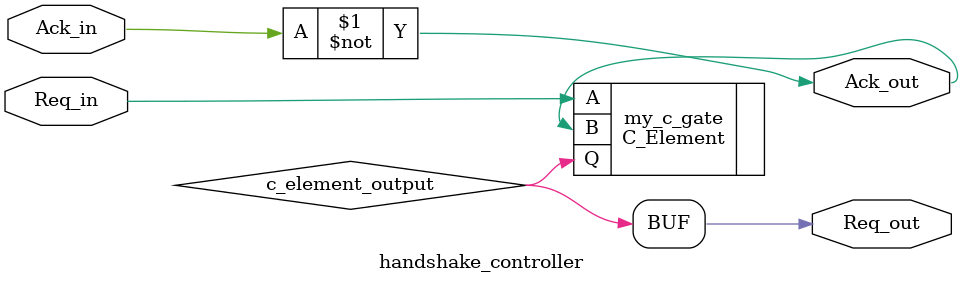
<source format=v>
module handshake_controller (
 input Req_in,
 input Ack_in,
 output Req_out,
 output Ack_out
);
  // Declara um "fio" interno para conectar o C-Element à saída
 wire c_element_output;


 // 1. Cria uma instância do nosso C-Element
 //    Conecta 'Req_in' na porta 'A' do C-Element
 //    Conecta 'Ack_out' na porta 'B' do C-Element
 //    Recebe a saída do C-Element no nosso fio 'c_element_output'
 C_Element my_c_gate (
   .A(Req_in),
   .B(Ack_out),
   .Q(c_element_output)
 );
  // 2. A saída do C-Element é a nossa Requisição de saída
 assign Req_out = c_element_output;
  // 3. O Acknowledge de saída é o Acknowledge de entrada invertido (porta NOT)
 assign Ack_out = ~Ack_in;


endmodule

</source>
